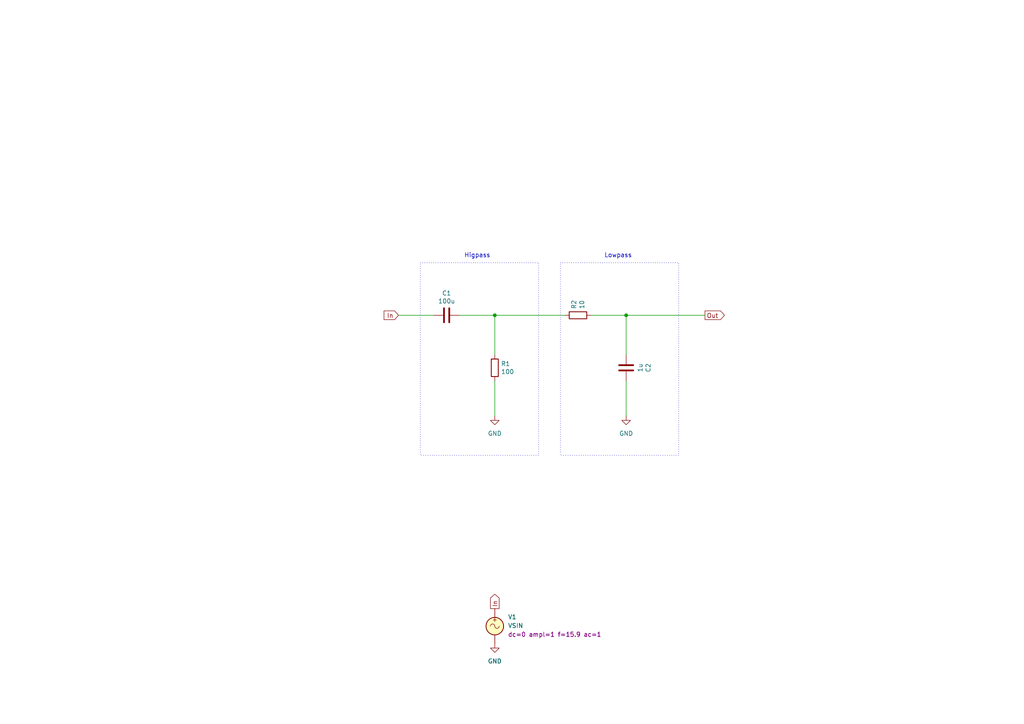
<source format=kicad_sch>
(kicad_sch (version 20250114) (generator "eeschema") (generator_version "9.0")
  (paper "A4")
  (title_block (title "RC Bandpass") (date "2025-09-13") (company "GitHub/OJStuff"))
  (lib_symbols
    (symbol "Device:C" (pin_numbers (hide yes)) (pin_names (offset 0.254))
      (property "Reference" "C" (at 0.635 2.54 0))
      (property "Value" "C" (at 0.635 -2.54 0))
      (symbol "C_0_1"
        (polyline (pts (xy -2.032 0.762) (xy 2.032 0.762)) (stroke (width 0.508)))
        (polyline (pts (xy -2.032 -0.762) (xy 2.032 -0.762)) (stroke (width 0.508)))
      )
      (symbol "C_1_1"
        (pin passive line (at 0 3.81 270) (length 2.794) (name "~") (number "1"))
        (pin passive line (at 0 -3.81 90) (length 2.794) (name "~") (number "2"))
      )
    )
    (symbol "Device:R" (pin_numbers (hide yes)) (pin_names (offset 0))
      (property "Reference" "R" (at 2.032 0 90))
      (property "Value" "R" (at 0 0 90))
      (symbol "R_0_1"
        (rectangle (start -1.016 -2.54) (end 1.016 2.54) (stroke (width 0.254)))
      )
      (symbol "R_1_1"
        (pin passive line (at 0 3.81 270) (length 1.27) (name "~") (number "1"))
        (pin passive line (at 0 -3.81 90) (length 1.27) (name "~") (number "2"))
      )
    )
    (symbol "Simulation_SPICE:VSIN" (pin_numbers (hide yes)) (pin_names (offset 0.0254))
      (property "Reference" "V" (at 2.54 2.54 0))
      (property "Value" "VSIN" (at 2.54 0 0))
      (property "Sim.Params" "dc=0 ampl=1 f=1k ac=1" (at 2.54 -2.54 0))
      (symbol "VSIN_0_0"
        (arc (start -1.27 0) (mid -0.635 0.6323) (end 0 0))
        (arc (start 1.27 0) (mid 0.635 -0.6323) (end 0 0))
        (text "+" (at 0 1.905 0) (effects (font (size 1.27 1.27))))
      )
      (symbol "VSIN_0_1"
        (circle (center 0 0) (radius 2.54) (stroke (width 0.254)) (fill (type background)))
      )
      (symbol "VSIN_1_1"
        (pin passive line (at 0 5.08 270) (length 2.54) (name "~") (number "1"))
        (pin passive line (at 0 -5.08 90) (length 2.54) (name "~") (number "2"))
      )
    )
    (symbol "power:GND" (power) (pin_numbers (hide yes)) (pin_names (offset 0) (hide yes))
      (property "Value" "GND" (at 0 -3.81 0))
      (symbol "GND_0_1"
        (polyline (pts (xy 0 0) (xy 0 -1.27) (xy 1.27 -1.27) (xy 0 -2.54) (xy -1.27 -1.27) (xy 0 -1.27)))
      )
      (symbol "GND_1_1"
        (pin power_in line (at 0 0 270) (length 0) (name "~") (number "1"))
      )
    )
  )
  (rectangle (start 121.92 76.2) (end 156.21 132.08) (stroke (width 0) (type dot)))
  (rectangle (start 162.56 76.2) (end 196.85 132.08) (stroke (width 0) (type dot)))
  (text "Lowpass" (at 175.26 74.93 0) (effects (font (size 1.27 1.27)) (justify left bottom)))
  (text "Higpass" (at 134.62 74.93 0) (effects (font (size 1.27 1.27)) (justify left bottom)))
  (junction (at 181.61 91.44))
  (junction (at 143.51 91.44))
  (wire (pts (xy 143.51 91.44) (xy 163.83 91.44)))
  (wire (pts (xy 143.51 91.44) (xy 143.51 102.87)))
  (wire (pts (xy 115.57 91.44) (xy 125.73 91.44)))
  (wire (pts (xy 143.51 110.49) (xy 143.51 120.65)))
  (wire (pts (xy 181.61 91.44) (xy 204.47 91.44)))
  (wire (pts (xy 181.61 110.49) (xy 181.61 120.65)))
  (wire (pts (xy 181.61 91.44) (xy 181.61 102.87)))
  (wire (pts (xy 133.35 91.44) (xy 143.51 91.44)))
  (wire (pts (xy 171.45 91.44) (xy 181.61 91.44)))
  (global_label "In" (shape input) (at 115.57 91.44 180) (property "Intersheetrefs" "${INTERSHEET_REFS}" (effects (hide yes))))
  (global_label "Out" (shape output) (at 204.47 91.44 0) (property "Intersheetrefs" "${INTERSHEET_REFS}" (effects (hide yes))))
  (global_label "In" (shape output) (at 143.51 176.53 90) (property "Intersheetrefs" "${INTERSHEET_REFS}" (effects (hide yes))))
  (symbol (lib_id "power:GND") (at 143.51 120.65 0) (unit 1)
    (property "Reference" "#PWR01" (effects (hide yes)))
    (property "Value" "GND" (at 143.51 125.73 0))
    (property "Description" "Power symbol creates a global label with name \"GND\" , ground" (effects (hide yes)))
  )
  (symbol (lib_id "Device:R") (at 143.51 106.68 0) (unit 1)
    (property "Reference" "R1" (at 145.288 105.5116 0) (effects (justify left)))
    (property "Value" "100" (at 145.288 107.823 0) (effects (justify left)))
  )
  (symbol (lib_id "power:GND") (at 181.61 120.65 0) (unit 1)
    (property "Reference" "#PWR02" (effects (hide yes)))
    (property "Value" "GND" (at 181.61 125.73 0))
    (property "Description" "Power symbol creates a global label with name \"GND\" , ground" (effects (hide yes)))
  )
  (symbol (lib_id "Device:R") (at 167.64 91.44 90) (unit 1)
    (property "Reference" "R2" (at 166.4716 89.662 0) (effects (justify left)))
    (property "Value" "10" (at 168.783 89.662 0) (effects (justify left)))
  )
  (symbol (lib_id "Device:C") (at 181.61 106.68 180) (unit 1)
    (property "Reference" "C2" (at 188.0108 106.68 90))
    (property "Value" "1u" (at 185.6994 106.68 90))
  )
  (symbol (lib_id "power:GND") (at 143.51 186.69 0) (unit 1)
    (property "Reference" "#PWR03" (effects (hide yes)))
    (property "Value" "GND" (at 143.51 191.77 0))
    (property "Description" "Power symbol creates a global label with name \"GND\" , ground" (effects (hide yes)))
  )
  (symbol (lib_id "Device:C") (at 129.54 91.44 270) (unit 1)
    (property "Reference" "C1" (at 129.54 85.0392 90))
    (property "Value" "100u" (at 129.54 87.3506 90))
  )
  (symbol (lib_id "Simulation_SPICE:VSIN") (at 143.51 181.61 0) (unit 1)
    (property "Reference" "V1" (at 147.32 178.9401 0) (effects (justify left)))
    (property "Value" "VSIN" (at 147.32 181.4801 0) (effects (justify left)))
    (property "Datasheet" "https://ngspice.sourceforge.io/docs/ngspice-html-manual/manual.xhtml#sec_Independent_Sources_for" (effects (hide yes)))
    (property "Description" "Voltage source, sinusoidal" (effects (hide yes)))
    (property "Sim.Pins" "1=+ 2=-" (effects (hide yes)))
    (property "Sim.Params" "dc=0 ampl=1 f=15.9 ac=1" (at 147.32 184.0201 0) (effects (justify left)))
    (property "Sim.Type" "SIN" (effects (hide yes)))
    (property "Sim.Device" "V" (effects (hide yes)))
  )
)
</source>
